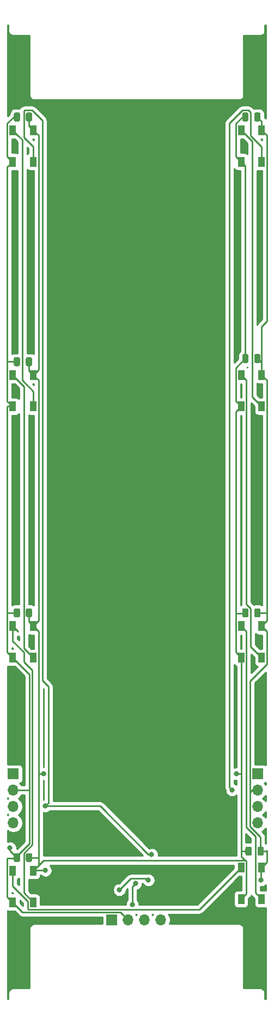
<source format=gbr>
%TF.GenerationSoftware,KiCad,Pcbnew,(5.1.6)-1*%
%TF.CreationDate,2020-10-09T22:46:55+01:00*%
%TF.ProjectId,LED Panel,4c454420-5061-46e6-956c-2e6b69636164,rev?*%
%TF.SameCoordinates,Original*%
%TF.FileFunction,Copper,L1,Top*%
%TF.FilePolarity,Positive*%
%FSLAX46Y46*%
G04 Gerber Fmt 4.6, Leading zero omitted, Abs format (unit mm)*
G04 Created by KiCad (PCBNEW (5.1.6)-1) date 2020-10-09 22:46:55*
%MOMM*%
%LPD*%
G01*
G04 APERTURE LIST*
%TA.AperFunction,SMDPad,CuDef*%
%ADD10R,1.000000X1.500000*%
%TD*%
%TA.AperFunction,ComponentPad*%
%ADD11R,1.700000X1.700000*%
%TD*%
%TA.AperFunction,ComponentPad*%
%ADD12O,1.700000X1.700000*%
%TD*%
%TA.AperFunction,ViaPad*%
%ADD13C,0.800000*%
%TD*%
%TA.AperFunction,Conductor*%
%ADD14C,0.250000*%
%TD*%
%TA.AperFunction,NonConductor*%
%ADD15C,0.254000*%
%TD*%
G04 APERTURE END LIST*
%TO.P,C1,2*%
%TO.N,GND*%
%TA.AperFunction,SMDPad,CuDef*%
G36*
G01*
X112050000Y-37543750D02*
X112050000Y-38456250D01*
G75*
G02*
X111806250Y-38700000I-243750J0D01*
G01*
X111318750Y-38700000D01*
G75*
G02*
X111075000Y-38456250I0J243750D01*
G01*
X111075000Y-37543750D01*
G75*
G02*
X111318750Y-37300000I243750J0D01*
G01*
X111806250Y-37300000D01*
G75*
G02*
X112050000Y-37543750I0J-243750D01*
G01*
G37*
%TD.AperFunction*%
%TO.P,C1,1*%
%TO.N,VDD*%
%TA.AperFunction,SMDPad,CuDef*%
G36*
G01*
X113925000Y-37543750D02*
X113925000Y-38456250D01*
G75*
G02*
X113681250Y-38700000I-243750J0D01*
G01*
X113193750Y-38700000D01*
G75*
G02*
X112950000Y-38456250I0J243750D01*
G01*
X112950000Y-37543750D01*
G75*
G02*
X113193750Y-37300000I243750J0D01*
G01*
X113681250Y-37300000D01*
G75*
G02*
X113925000Y-37543750I0J-243750D01*
G01*
G37*
%TD.AperFunction*%
%TD*%
%TO.P,C2,1*%
%TO.N,VDD*%
%TA.AperFunction,SMDPad,CuDef*%
G36*
G01*
X113925000Y-75543750D02*
X113925000Y-76456250D01*
G75*
G02*
X113681250Y-76700000I-243750J0D01*
G01*
X113193750Y-76700000D01*
G75*
G02*
X112950000Y-76456250I0J243750D01*
G01*
X112950000Y-75543750D01*
G75*
G02*
X113193750Y-75300000I243750J0D01*
G01*
X113681250Y-75300000D01*
G75*
G02*
X113925000Y-75543750I0J-243750D01*
G01*
G37*
%TD.AperFunction*%
%TO.P,C2,2*%
%TO.N,GND*%
%TA.AperFunction,SMDPad,CuDef*%
G36*
G01*
X112050000Y-75543750D02*
X112050000Y-76456250D01*
G75*
G02*
X111806250Y-76700000I-243750J0D01*
G01*
X111318750Y-76700000D01*
G75*
G02*
X111075000Y-76456250I0J243750D01*
G01*
X111075000Y-75543750D01*
G75*
G02*
X111318750Y-75300000I243750J0D01*
G01*
X111806250Y-75300000D01*
G75*
G02*
X112050000Y-75543750I0J-243750D01*
G01*
G37*
%TD.AperFunction*%
%TD*%
%TO.P,C3,2*%
%TO.N,GND*%
%TA.AperFunction,SMDPad,CuDef*%
G36*
G01*
X112050000Y-114543750D02*
X112050000Y-115456250D01*
G75*
G02*
X111806250Y-115700000I-243750J0D01*
G01*
X111318750Y-115700000D01*
G75*
G02*
X111075000Y-115456250I0J243750D01*
G01*
X111075000Y-114543750D01*
G75*
G02*
X111318750Y-114300000I243750J0D01*
G01*
X111806250Y-114300000D01*
G75*
G02*
X112050000Y-114543750I0J-243750D01*
G01*
G37*
%TD.AperFunction*%
%TO.P,C3,1*%
%TO.N,VDD*%
%TA.AperFunction,SMDPad,CuDef*%
G36*
G01*
X113925000Y-114543750D02*
X113925000Y-115456250D01*
G75*
G02*
X113681250Y-115700000I-243750J0D01*
G01*
X113193750Y-115700000D01*
G75*
G02*
X112950000Y-115456250I0J243750D01*
G01*
X112950000Y-114543750D01*
G75*
G02*
X113193750Y-114300000I243750J0D01*
G01*
X113681250Y-114300000D01*
G75*
G02*
X113925000Y-114543750I0J-243750D01*
G01*
G37*
%TD.AperFunction*%
%TD*%
%TO.P,C4,1*%
%TO.N,VDD*%
%TA.AperFunction,SMDPad,CuDef*%
G36*
G01*
X113925000Y-152543750D02*
X113925000Y-153456250D01*
G75*
G02*
X113681250Y-153700000I-243750J0D01*
G01*
X113193750Y-153700000D01*
G75*
G02*
X112950000Y-153456250I0J243750D01*
G01*
X112950000Y-152543750D01*
G75*
G02*
X113193750Y-152300000I243750J0D01*
G01*
X113681250Y-152300000D01*
G75*
G02*
X113925000Y-152543750I0J-243750D01*
G01*
G37*
%TD.AperFunction*%
%TO.P,C4,2*%
%TO.N,GND*%
%TA.AperFunction,SMDPad,CuDef*%
G36*
G01*
X112050000Y-152543750D02*
X112050000Y-153456250D01*
G75*
G02*
X111806250Y-153700000I-243750J0D01*
G01*
X111318750Y-153700000D01*
G75*
G02*
X111075000Y-153456250I0J243750D01*
G01*
X111075000Y-152543750D01*
G75*
G02*
X111318750Y-152300000I243750J0D01*
G01*
X111806250Y-152300000D01*
G75*
G02*
X112050000Y-152543750I0J-243750D01*
G01*
G37*
%TD.AperFunction*%
%TD*%
%TO.P,C5,2*%
%TO.N,GND*%
%TA.AperFunction,SMDPad,CuDef*%
G36*
G01*
X148950000Y-152456250D02*
X148950000Y-151543750D01*
G75*
G02*
X149193750Y-151300000I243750J0D01*
G01*
X149681250Y-151300000D01*
G75*
G02*
X149925000Y-151543750I0J-243750D01*
G01*
X149925000Y-152456250D01*
G75*
G02*
X149681250Y-152700000I-243750J0D01*
G01*
X149193750Y-152700000D01*
G75*
G02*
X148950000Y-152456250I0J243750D01*
G01*
G37*
%TD.AperFunction*%
%TO.P,C5,1*%
%TO.N,VDD*%
%TA.AperFunction,SMDPad,CuDef*%
G36*
G01*
X147075000Y-152456250D02*
X147075000Y-151543750D01*
G75*
G02*
X147318750Y-151300000I243750J0D01*
G01*
X147806250Y-151300000D01*
G75*
G02*
X148050000Y-151543750I0J-243750D01*
G01*
X148050000Y-152456250D01*
G75*
G02*
X147806250Y-152700000I-243750J0D01*
G01*
X147318750Y-152700000D01*
G75*
G02*
X147075000Y-152456250I0J243750D01*
G01*
G37*
%TD.AperFunction*%
%TD*%
%TO.P,C6,1*%
%TO.N,VDD*%
%TA.AperFunction,SMDPad,CuDef*%
G36*
G01*
X146575000Y-115456250D02*
X146575000Y-114543750D01*
G75*
G02*
X146818750Y-114300000I243750J0D01*
G01*
X147306250Y-114300000D01*
G75*
G02*
X147550000Y-114543750I0J-243750D01*
G01*
X147550000Y-115456250D01*
G75*
G02*
X147306250Y-115700000I-243750J0D01*
G01*
X146818750Y-115700000D01*
G75*
G02*
X146575000Y-115456250I0J243750D01*
G01*
G37*
%TD.AperFunction*%
%TO.P,C6,2*%
%TO.N,GND*%
%TA.AperFunction,SMDPad,CuDef*%
G36*
G01*
X148450000Y-115456250D02*
X148450000Y-114543750D01*
G75*
G02*
X148693750Y-114300000I243750J0D01*
G01*
X149181250Y-114300000D01*
G75*
G02*
X149425000Y-114543750I0J-243750D01*
G01*
X149425000Y-115456250D01*
G75*
G02*
X149181250Y-115700000I-243750J0D01*
G01*
X148693750Y-115700000D01*
G75*
G02*
X148450000Y-115456250I0J243750D01*
G01*
G37*
%TD.AperFunction*%
%TD*%
%TO.P,C7,2*%
%TO.N,GND*%
%TA.AperFunction,SMDPad,CuDef*%
G36*
G01*
X148450000Y-75956250D02*
X148450000Y-75043750D01*
G75*
G02*
X148693750Y-74800000I243750J0D01*
G01*
X149181250Y-74800000D01*
G75*
G02*
X149425000Y-75043750I0J-243750D01*
G01*
X149425000Y-75956250D01*
G75*
G02*
X149181250Y-76200000I-243750J0D01*
G01*
X148693750Y-76200000D01*
G75*
G02*
X148450000Y-75956250I0J243750D01*
G01*
G37*
%TD.AperFunction*%
%TO.P,C7,1*%
%TO.N,VDD*%
%TA.AperFunction,SMDPad,CuDef*%
G36*
G01*
X146575000Y-75956250D02*
X146575000Y-75043750D01*
G75*
G02*
X146818750Y-74800000I243750J0D01*
G01*
X147306250Y-74800000D01*
G75*
G02*
X147550000Y-75043750I0J-243750D01*
G01*
X147550000Y-75956250D01*
G75*
G02*
X147306250Y-76200000I-243750J0D01*
G01*
X146818750Y-76200000D01*
G75*
G02*
X146575000Y-75956250I0J243750D01*
G01*
G37*
%TD.AperFunction*%
%TD*%
%TO.P,C8,1*%
%TO.N,VDD*%
%TA.AperFunction,SMDPad,CuDef*%
G36*
G01*
X146575000Y-38456250D02*
X146575000Y-37543750D01*
G75*
G02*
X146818750Y-37300000I243750J0D01*
G01*
X147306250Y-37300000D01*
G75*
G02*
X147550000Y-37543750I0J-243750D01*
G01*
X147550000Y-38456250D01*
G75*
G02*
X147306250Y-38700000I-243750J0D01*
G01*
X146818750Y-38700000D01*
G75*
G02*
X146575000Y-38456250I0J243750D01*
G01*
G37*
%TD.AperFunction*%
%TO.P,C8,2*%
%TO.N,GND*%
%TA.AperFunction,SMDPad,CuDef*%
G36*
G01*
X148450000Y-38456250D02*
X148450000Y-37543750D01*
G75*
G02*
X148693750Y-37300000I243750J0D01*
G01*
X149181250Y-37300000D01*
G75*
G02*
X149425000Y-37543750I0J-243750D01*
G01*
X149425000Y-38456250D01*
G75*
G02*
X149181250Y-38700000I-243750J0D01*
G01*
X148693750Y-38700000D01*
G75*
G02*
X148450000Y-38456250I0J243750D01*
G01*
G37*
%TD.AperFunction*%
%TD*%
D10*
%TO.P,D1,3*%
%TO.N,VDD*%
X114100000Y-40050000D03*
%TO.P,D1,4*%
%TO.N,Net-(D1-Pad4)*%
X110900000Y-40050000D03*
%TO.P,D1,2*%
%TO.N,/Din*%
X114100000Y-44950000D03*
%TO.P,D1,1*%
%TO.N,GND*%
X110900000Y-44950000D03*
%TD*%
%TO.P,D2,1*%
%TO.N,GND*%
X110900000Y-82950000D03*
%TO.P,D2,2*%
%TO.N,Net-(D1-Pad4)*%
X114100000Y-82950000D03*
%TO.P,D2,4*%
%TO.N,Net-(D2-Pad4)*%
X110900000Y-78050000D03*
%TO.P,D2,3*%
%TO.N,VDD*%
X114100000Y-78050000D03*
%TD*%
%TO.P,D3,3*%
%TO.N,VDD*%
X114100000Y-117050000D03*
%TO.P,D3,4*%
%TO.N,Net-(D3-Pad4)*%
X110900000Y-117050000D03*
%TO.P,D3,2*%
%TO.N,Net-(D2-Pad4)*%
X114100000Y-121950000D03*
%TO.P,D3,1*%
%TO.N,GND*%
X110900000Y-121950000D03*
%TD*%
%TO.P,D4,1*%
%TO.N,GND*%
X110900000Y-159950000D03*
%TO.P,D4,2*%
%TO.N,Net-(D3-Pad4)*%
X114100000Y-159950000D03*
%TO.P,D4,4*%
%TO.N,Net-(D4-Pad4)*%
X110900000Y-155050000D03*
%TO.P,D4,3*%
%TO.N,VDD*%
X114100000Y-155050000D03*
%TD*%
%TO.P,D5,3*%
%TO.N,VDD*%
X146400000Y-159450000D03*
%TO.P,D5,4*%
%TO.N,Net-(D5-Pad4)*%
X149600000Y-159450000D03*
%TO.P,D5,2*%
%TO.N,Net-(D4-Pad4)*%
X146400000Y-154550000D03*
%TO.P,D5,1*%
%TO.N,GND*%
X149600000Y-154550000D03*
%TD*%
%TO.P,D6,1*%
%TO.N,GND*%
X149600000Y-117050000D03*
%TO.P,D6,2*%
%TO.N,Net-(D5-Pad4)*%
X146400000Y-117050000D03*
%TO.P,D6,4*%
%TO.N,Net-(D6-Pad4)*%
X149600000Y-121950000D03*
%TO.P,D6,3*%
%TO.N,VDD*%
X146400000Y-121950000D03*
%TD*%
%TO.P,D7,3*%
%TO.N,VDD*%
X146400000Y-82950000D03*
%TO.P,D7,4*%
%TO.N,Net-(D7-Pad4)*%
X149600000Y-82950000D03*
%TO.P,D7,2*%
%TO.N,Net-(D6-Pad4)*%
X146400000Y-78050000D03*
%TO.P,D7,1*%
%TO.N,GND*%
X149600000Y-78050000D03*
%TD*%
%TO.P,D8,1*%
%TO.N,GND*%
X149600000Y-40050000D03*
%TO.P,D8,2*%
%TO.N,Net-(D7-Pad4)*%
X146400000Y-40050000D03*
%TO.P,D8,4*%
%TO.N,/Dout*%
X149600000Y-44950000D03*
%TO.P,D8,3*%
%TO.N,VDD*%
X146400000Y-44950000D03*
%TD*%
D11*
%TO.P,J1,1*%
%TO.N,VDD*%
X111000000Y-140000000D03*
D12*
%TO.P,J1,2*%
%TO.N,GND*%
X111000000Y-142540000D03*
%TO.P,J1,3*%
%TO.N,/Din*%
X111000000Y-145080000D03*
%TO.P,J1,4*%
%TO.N,/Dout*%
X111000000Y-147620000D03*
%TD*%
D11*
%TO.P,J2,1*%
%TO.N,VDD*%
X126300000Y-162660000D03*
D12*
%TO.P,J2,2*%
%TO.N,GND*%
X128840000Y-162660000D03*
%TO.P,J2,3*%
%TO.N,/Din*%
X131380000Y-162660000D03*
%TO.P,J2,4*%
%TO.N,/Dout*%
X133920000Y-162660000D03*
%TD*%
%TO.P,J3,4*%
%TO.N,/Din*%
X149000000Y-147620000D03*
%TO.P,J3,3*%
%TO.N,/Dout*%
X149000000Y-145080000D03*
%TO.P,J3,2*%
%TO.N,GND*%
X149000000Y-142540000D03*
D11*
%TO.P,J3,1*%
%TO.N,VDD*%
X149000000Y-140000000D03*
%TD*%
D13*
%TO.N,GND*%
X110500000Y-151500000D03*
X127500000Y-158000000D03*
X132000000Y-156500000D03*
X149500000Y-156500000D03*
%TO.N,VDD*%
X115740000Y-139980000D03*
X145710000Y-139990000D03*
X116000000Y-155000000D03*
%TO.N,/Din*%
X129500000Y-160300001D03*
X130000000Y-157000000D03*
X116000000Y-145000000D03*
X132500000Y-152500000D03*
%TO.N,/Dout*%
X145000000Y-142500000D03*
%TD*%
D14*
%TO.N,GND*%
X110074999Y-82124999D02*
X110900000Y-82950000D01*
X110900000Y-44950000D02*
X110074999Y-45775001D01*
X110074999Y-121124999D02*
X110900000Y-121950000D01*
X110150000Y-82950000D02*
X110074999Y-83025001D01*
X110900000Y-82950000D02*
X110150000Y-82950000D01*
X110900000Y-159950000D02*
X110074999Y-159124999D01*
X110149998Y-76000000D02*
X110074999Y-76074999D01*
X111562500Y-76000000D02*
X110149998Y-76000000D01*
X110074999Y-45775001D02*
X110074999Y-76074999D01*
X110074999Y-76074999D02*
X110074999Y-82124999D01*
X110074999Y-44124999D02*
X110900000Y-44950000D01*
X111075000Y-38000000D02*
X110074999Y-39000001D01*
X110074999Y-39000001D02*
X110074999Y-44124999D01*
X111562500Y-38000000D02*
X111075000Y-38000000D01*
X110149998Y-115000000D02*
X110074999Y-114925001D01*
X111562500Y-115000000D02*
X110149998Y-115000000D01*
X110074999Y-83025001D02*
X110074999Y-114925001D01*
X110074999Y-114925001D02*
X110074999Y-121124999D01*
X150425001Y-69714238D02*
X150425001Y-40875001D01*
X150425001Y-40875001D02*
X149600000Y-40050000D01*
X149600000Y-70539239D02*
X150425001Y-69714238D01*
X149600000Y-78050000D02*
X149600000Y-70539239D01*
X150425001Y-116224999D02*
X149600000Y-117050000D01*
X149600000Y-78050000D02*
X150425001Y-78875001D01*
X149600000Y-154550000D02*
X150425001Y-153724999D01*
X111487501Y-153074999D02*
X111562500Y-153000000D01*
X110074999Y-153074999D02*
X111487501Y-153074999D01*
X110074999Y-159124999D02*
X110074999Y-153074999D01*
X149600000Y-38662500D02*
X148937500Y-38000000D01*
X149600000Y-40050000D02*
X149600000Y-38662500D01*
X149600000Y-76162500D02*
X148937500Y-75500000D01*
X149600000Y-78050000D02*
X149600000Y-76162500D01*
X150425001Y-78875001D02*
X150425001Y-115074999D01*
X150350002Y-115000000D02*
X150425001Y-115074999D01*
X148937500Y-115000000D02*
X150350002Y-115000000D01*
X150425001Y-115074999D02*
X150425001Y-116224999D01*
X149437500Y-152000000D02*
X150350002Y-152000000D01*
X150425001Y-153724999D02*
X150425001Y-151925001D01*
X150350002Y-152000000D02*
X150425001Y-151925001D01*
X150425001Y-117875001D02*
X149600000Y-117050000D01*
X150425001Y-122960001D02*
X150425001Y-117875001D01*
X147824999Y-125560003D02*
X150425001Y-122960001D01*
X149437500Y-149796502D02*
X147824999Y-148184001D01*
X149437500Y-152000000D02*
X149437500Y-149796502D01*
X148109998Y-142540000D02*
X147824999Y-142824999D01*
X147824999Y-148184001D02*
X147824999Y-142824999D01*
X149000000Y-142540000D02*
X148109998Y-142540000D01*
X147824999Y-142824999D02*
X147824999Y-125560003D01*
X111562500Y-153000000D02*
X111562500Y-152437500D01*
X111562500Y-153000000D02*
X111562500Y-152734240D01*
X111562500Y-152734240D02*
X113483140Y-150813600D01*
X113483140Y-124533140D02*
X110900000Y-121950000D01*
X113446280Y-142540000D02*
X113483140Y-142576860D01*
X111000000Y-142540000D02*
X113446280Y-142540000D01*
X113483140Y-150813600D02*
X113483140Y-142576860D01*
X113483140Y-142576860D02*
X113483140Y-124533140D01*
X112434999Y-161484999D02*
X110900000Y-159950000D01*
X127664999Y-161484999D02*
X112434999Y-161484999D01*
X128840000Y-162660000D02*
X127664999Y-161484999D01*
X110500000Y-151937500D02*
X111562500Y-153000000D01*
X110500000Y-151500000D02*
X110500000Y-151937500D01*
X131774999Y-156274999D02*
X132000000Y-156500000D01*
X127500000Y-158000000D02*
X129225001Y-156274999D01*
X129225001Y-156274999D02*
X131774999Y-156274999D01*
X149500000Y-154650000D02*
X149600000Y-154550000D01*
X149500000Y-156500000D02*
X149500000Y-154650000D01*
%TO.N,VDD*%
X114925001Y-40875001D02*
X114100000Y-40050000D01*
X114925001Y-77224999D02*
X114925001Y-40875001D01*
X114100000Y-78050000D02*
X114925001Y-77224999D01*
X114925001Y-117875001D02*
X114100000Y-117050000D01*
X114100000Y-155050000D02*
X114925001Y-154224999D01*
X114925001Y-116224999D02*
X114100000Y-117050000D01*
X114925001Y-78875001D02*
X114925001Y-116224999D01*
X114100000Y-78050000D02*
X114925001Y-78875001D01*
X113437500Y-77387500D02*
X114100000Y-78050000D01*
X113437500Y-76000000D02*
X113437500Y-77387500D01*
X113437500Y-39387500D02*
X114100000Y-40050000D01*
X113437500Y-38000000D02*
X113437500Y-39387500D01*
X113437500Y-116387500D02*
X114100000Y-117050000D01*
X113437500Y-115000000D02*
X113437500Y-116387500D01*
X115675001Y-153474999D02*
X114100000Y-155050000D01*
X147225001Y-153539999D02*
X147160001Y-153474999D01*
X147225001Y-158624999D02*
X147225001Y-153539999D01*
X146400000Y-159450000D02*
X147225001Y-158624999D01*
X146400000Y-152849998D02*
X147025001Y-153474999D01*
X147160001Y-153474999D02*
X147025001Y-153474999D01*
X147025001Y-153474999D02*
X115675001Y-153474999D01*
X145574999Y-83775001D02*
X146400000Y-82950000D01*
X146400000Y-121950000D02*
X145574999Y-121124999D01*
X114850002Y-153000000D02*
X114925001Y-152925001D01*
X113437500Y-153000000D02*
X114850002Y-153000000D01*
X114925001Y-154224999D02*
X114925001Y-152925001D01*
X145574999Y-39000001D02*
X145574999Y-44124999D01*
X145574999Y-44124999D02*
X146400000Y-44950000D01*
X146575000Y-38000000D02*
X145574999Y-39000001D01*
X147062500Y-38000000D02*
X146575000Y-38000000D01*
X146400000Y-82950000D02*
X145574999Y-82124999D01*
X145574999Y-76987501D02*
X147062500Y-75500000D01*
X145574999Y-82124999D02*
X145574999Y-76987501D01*
X145574999Y-115074999D02*
X146987501Y-115074999D01*
X146987501Y-115074999D02*
X147062500Y-115000000D01*
X145574999Y-115074999D02*
X145574999Y-83775001D01*
X145574999Y-121124999D02*
X145574999Y-115074999D01*
X146500000Y-152000000D02*
X146400000Y-152100000D01*
X147562500Y-152000000D02*
X146500000Y-152000000D01*
X146400000Y-152100000D02*
X146400000Y-152849998D01*
X147062500Y-45612500D02*
X146400000Y-44950000D01*
X147062500Y-75500000D02*
X147062500Y-45612500D01*
X114990000Y-139980000D02*
X114925001Y-139915001D01*
X114925001Y-152925001D02*
X114925001Y-139915001D01*
X115740000Y-139980000D02*
X114990000Y-139980000D01*
X114925001Y-139915001D02*
X114925001Y-117875001D01*
X146350000Y-139990000D02*
X146400000Y-140040000D01*
X145710000Y-139990000D02*
X146350000Y-139990000D01*
X146400000Y-121950000D02*
X146400000Y-140040000D01*
X146400000Y-140040000D02*
X146400000Y-152100000D01*
X114150000Y-155000000D02*
X114100000Y-155050000D01*
X116000000Y-155000000D02*
X114150000Y-155000000D01*
%TO.N,Net-(D1-Pad4)*%
X112375010Y-41525010D02*
X111675000Y-40825000D01*
X112375010Y-78875010D02*
X112375010Y-41525010D01*
X114100000Y-80600000D02*
X112375010Y-78875010D01*
X114100000Y-82950000D02*
X114100000Y-80600000D01*
X111725001Y-40875001D02*
X111675000Y-40825000D01*
X111675000Y-40825000D02*
X110900000Y-40050000D01*
%TO.N,/Din*%
X129500000Y-160300001D02*
X129500000Y-157500000D01*
X129500000Y-157500000D02*
X130000000Y-157000000D01*
X116465001Y-144534999D02*
X116465001Y-126465001D01*
X116000000Y-145000000D02*
X116465001Y-144534999D01*
X116465001Y-126465001D02*
X115500000Y-125500000D01*
X114100000Y-42613590D02*
X114100000Y-44950000D01*
X112624990Y-41138580D02*
X114100000Y-42613590D01*
X112708180Y-36974990D02*
X112624990Y-37058180D01*
X112624990Y-37058180D02*
X112624990Y-41138580D01*
X113916840Y-36974990D02*
X112708180Y-36974990D01*
X115500000Y-38558150D02*
X113916840Y-36974990D01*
X115500000Y-125500000D02*
X115500000Y-38558150D01*
X116000000Y-145000000D02*
X124500000Y-145000000D01*
X124500000Y-145000000D02*
X132000000Y-152500000D01*
X132000000Y-152500000D02*
X132500000Y-152500000D01*
%TO.N,Net-(D2-Pad4)*%
X112624990Y-79875010D02*
X112675000Y-79825000D01*
X112624990Y-120474990D02*
X112624990Y-79875010D01*
X114100000Y-121950000D02*
X112624990Y-120474990D01*
X112675000Y-79825000D02*
X110900000Y-78050000D01*
%TO.N,Net-(D3-Pad4)*%
X110900000Y-117050000D02*
X111725001Y-117875001D01*
X112624990Y-158474990D02*
X114100000Y-159950000D01*
X112624990Y-152308160D02*
X112624990Y-158474990D01*
X113933150Y-151000000D02*
X112624990Y-152308160D01*
X110900000Y-119386410D02*
X112624990Y-121111400D01*
X110900000Y-117050000D02*
X110900000Y-119386410D01*
X112624990Y-121111400D02*
X112624990Y-122624990D01*
X112624990Y-122624990D02*
X113933150Y-123933150D01*
X113933150Y-123933150D02*
X113933150Y-151000000D01*
%TO.N,Net-(D4-Pad4)*%
X139924999Y-161025001D02*
X146400000Y-154550000D01*
X113274999Y-160960001D02*
X113339999Y-161025001D01*
X113274999Y-159774999D02*
X113274999Y-160960001D01*
X113339999Y-161025001D02*
X139924999Y-161025001D01*
X110900000Y-157400000D02*
X113274999Y-159774999D01*
X110900000Y-155050000D02*
X110900000Y-157400000D01*
%TO.N,Net-(D5-Pad4)*%
X147225001Y-148283151D02*
X148624990Y-149683140D01*
X148624990Y-149683140D02*
X148624990Y-158474990D01*
X147225001Y-117875001D02*
X147225001Y-148283151D01*
X148624990Y-158474990D02*
X149600000Y-159450000D01*
X146400000Y-117050000D02*
X147225001Y-117875001D01*
%TO.N,Net-(D6-Pad4)*%
X147875010Y-114308160D02*
X147875010Y-120225010D01*
X147225001Y-113658151D02*
X147875010Y-114308160D01*
X147225001Y-78875001D02*
X147225001Y-113658151D01*
X147875010Y-120225010D02*
X149600000Y-121950000D01*
X146400000Y-78050000D02*
X147225001Y-78875001D01*
%TO.N,Net-(D7-Pad4)*%
X148124990Y-81474990D02*
X149600000Y-82950000D01*
X148124990Y-41774990D02*
X148124990Y-81474990D01*
X146400000Y-40050000D02*
X148124990Y-41774990D01*
%TO.N,/Dout*%
X149600000Y-42613590D02*
X149600000Y-44950000D01*
X147875010Y-40888600D02*
X149600000Y-42613590D01*
X147875010Y-37308160D02*
X147875010Y-40888600D01*
X147541840Y-36974990D02*
X147875010Y-37308160D01*
X146583160Y-36974990D02*
X147541840Y-36974990D01*
X144600001Y-38958149D02*
X146583160Y-36974990D01*
X144600001Y-142100001D02*
X144600001Y-38958149D01*
X145000000Y-142500000D02*
X144600001Y-142100001D01*
%TD*%
D15*
G36*
X110155820Y-161289502D02*
G01*
X110275518Y-161325812D01*
X110400000Y-161338072D01*
X111213270Y-161338072D01*
X111871204Y-161996007D01*
X111894998Y-162025000D01*
X111923991Y-162048794D01*
X111923995Y-162048798D01*
X111994684Y-162106810D01*
X112010723Y-162119973D01*
X112142752Y-162190545D01*
X112286013Y-162234002D01*
X112397666Y-162244999D01*
X112397675Y-162244999D01*
X112434998Y-162248675D01*
X112472321Y-162244999D01*
X124811928Y-162244999D01*
X124811928Y-163277999D01*
X114327425Y-163277999D01*
X114290000Y-163274313D01*
X114252574Y-163277999D01*
X114140622Y-163289025D01*
X113996985Y-163332597D01*
X113864608Y-163403354D01*
X113748578Y-163498577D01*
X113653355Y-163614607D01*
X113582598Y-163746984D01*
X113539026Y-163890621D01*
X113524314Y-164039999D01*
X113528000Y-164077425D01*
X113528001Y-173278000D01*
X111027425Y-173278000D01*
X110990000Y-173274314D01*
X110952574Y-173278000D01*
X110840622Y-173289026D01*
X110696985Y-173332598D01*
X110564608Y-173403355D01*
X110448578Y-173498578D01*
X110353355Y-173614608D01*
X110282598Y-173746985D01*
X110239026Y-173890622D01*
X110224314Y-174040000D01*
X110228000Y-174077426D01*
X110228001Y-174928000D01*
X110102000Y-174928000D01*
X110102000Y-161260734D01*
X110155820Y-161289502D01*
G37*
X110155820Y-161289502D02*
X110275518Y-161325812D01*
X110400000Y-161338072D01*
X111213270Y-161338072D01*
X111871204Y-161996007D01*
X111894998Y-162025000D01*
X111923991Y-162048794D01*
X111923995Y-162048798D01*
X111994684Y-162106810D01*
X112010723Y-162119973D01*
X112142752Y-162190545D01*
X112286013Y-162234002D01*
X112397666Y-162244999D01*
X112397675Y-162244999D01*
X112434998Y-162248675D01*
X112472321Y-162244999D01*
X124811928Y-162244999D01*
X124811928Y-163277999D01*
X114327425Y-163277999D01*
X114290000Y-163274313D01*
X114252574Y-163277999D01*
X114140622Y-163289025D01*
X113996985Y-163332597D01*
X113864608Y-163403354D01*
X113748578Y-163498577D01*
X113653355Y-163614607D01*
X113582598Y-163746984D01*
X113539026Y-163890621D01*
X113524314Y-164039999D01*
X113528000Y-164077425D01*
X113528001Y-173278000D01*
X111027425Y-173278000D01*
X110990000Y-173274314D01*
X110952574Y-173278000D01*
X110840622Y-173289026D01*
X110696985Y-173332598D01*
X110564608Y-173403355D01*
X110448578Y-173498578D01*
X110353355Y-173614608D01*
X110282598Y-173746985D01*
X110239026Y-173890622D01*
X110224314Y-174040000D01*
X110228000Y-174077426D01*
X110228001Y-174928000D01*
X110102000Y-174928000D01*
X110102000Y-161260734D01*
X110155820Y-161289502D01*
G36*
X146465001Y-158061928D02*
G01*
X145900000Y-158061928D01*
X145775518Y-158074188D01*
X145655820Y-158110498D01*
X145545506Y-158169463D01*
X145448815Y-158248815D01*
X145369463Y-158345506D01*
X145310498Y-158455820D01*
X145274188Y-158575518D01*
X145261928Y-158700000D01*
X145261928Y-160200000D01*
X145274188Y-160324482D01*
X145310498Y-160444180D01*
X145369463Y-160554494D01*
X145448815Y-160651185D01*
X145545506Y-160730537D01*
X145655820Y-160789502D01*
X145775518Y-160825812D01*
X145900000Y-160838072D01*
X146900000Y-160838072D01*
X147024482Y-160825812D01*
X147144180Y-160789502D01*
X147254494Y-160730537D01*
X147351185Y-160651185D01*
X147430537Y-160554494D01*
X147489502Y-160444180D01*
X147525812Y-160324482D01*
X147538072Y-160200000D01*
X147538072Y-159386730D01*
X147736005Y-159188797D01*
X147765002Y-159165000D01*
X147859975Y-159049275D01*
X147930547Y-158917246D01*
X147955557Y-158834798D01*
X147990016Y-158899266D01*
X148053002Y-158976014D01*
X148084990Y-159014991D01*
X148113988Y-159038789D01*
X148461928Y-159386729D01*
X148461928Y-160200000D01*
X148474188Y-160324482D01*
X148510498Y-160444180D01*
X148569463Y-160554494D01*
X148648815Y-160651185D01*
X148745506Y-160730537D01*
X148855820Y-160789502D01*
X148975518Y-160825812D01*
X149100000Y-160838072D01*
X150100000Y-160838072D01*
X150224482Y-160825812D01*
X150228000Y-160824745D01*
X150228000Y-174928000D01*
X150102000Y-174928000D01*
X150102000Y-174077426D01*
X150105686Y-174040000D01*
X150090974Y-173890622D01*
X150047402Y-173746985D01*
X149976645Y-173614608D01*
X149881422Y-173498578D01*
X149765392Y-173403355D01*
X149633015Y-173332598D01*
X149489378Y-173289026D01*
X149377426Y-173278000D01*
X149377425Y-173278000D01*
X149340000Y-173274314D01*
X149302574Y-173278000D01*
X146802000Y-173278000D01*
X146802000Y-164077425D01*
X146805686Y-164039999D01*
X146790974Y-163890621D01*
X146747402Y-163746984D01*
X146676645Y-163614607D01*
X146581422Y-163498577D01*
X146465392Y-163403354D01*
X146333015Y-163332597D01*
X146189378Y-163289025D01*
X146077426Y-163277999D01*
X146077425Y-163277999D01*
X146040000Y-163274313D01*
X146002574Y-163277999D01*
X135271369Y-163277999D01*
X135347932Y-163093158D01*
X135405000Y-162806260D01*
X135405000Y-162513740D01*
X135347932Y-162226842D01*
X135235990Y-161956589D01*
X135121339Y-161785001D01*
X139887677Y-161785001D01*
X139924999Y-161788677D01*
X139962321Y-161785001D01*
X139962332Y-161785001D01*
X140073985Y-161774004D01*
X140217246Y-161730547D01*
X140349275Y-161659975D01*
X140465000Y-161565002D01*
X140488803Y-161535998D01*
X146086730Y-155938072D01*
X146465002Y-155938072D01*
X146465001Y-158061928D01*
G37*
X146465001Y-158061928D02*
X145900000Y-158061928D01*
X145775518Y-158074188D01*
X145655820Y-158110498D01*
X145545506Y-158169463D01*
X145448815Y-158248815D01*
X145369463Y-158345506D01*
X145310498Y-158455820D01*
X145274188Y-158575518D01*
X145261928Y-158700000D01*
X145261928Y-160200000D01*
X145274188Y-160324482D01*
X145310498Y-160444180D01*
X145369463Y-160554494D01*
X145448815Y-160651185D01*
X145545506Y-160730537D01*
X145655820Y-160789502D01*
X145775518Y-160825812D01*
X145900000Y-160838072D01*
X146900000Y-160838072D01*
X147024482Y-160825812D01*
X147144180Y-160789502D01*
X147254494Y-160730537D01*
X147351185Y-160651185D01*
X147430537Y-160554494D01*
X147489502Y-160444180D01*
X147525812Y-160324482D01*
X147538072Y-160200000D01*
X147538072Y-159386730D01*
X147736005Y-159188797D01*
X147765002Y-159165000D01*
X147859975Y-159049275D01*
X147930547Y-158917246D01*
X147955557Y-158834798D01*
X147990016Y-158899266D01*
X148053002Y-158976014D01*
X148084990Y-159014991D01*
X148113988Y-159038789D01*
X148461928Y-159386729D01*
X148461928Y-160200000D01*
X148474188Y-160324482D01*
X148510498Y-160444180D01*
X148569463Y-160554494D01*
X148648815Y-160651185D01*
X148745506Y-160730537D01*
X148855820Y-160789502D01*
X148975518Y-160825812D01*
X149100000Y-160838072D01*
X150100000Y-160838072D01*
X150224482Y-160825812D01*
X150228000Y-160824745D01*
X150228000Y-174928000D01*
X150102000Y-174928000D01*
X150102000Y-174077426D01*
X150105686Y-174040000D01*
X150090974Y-173890622D01*
X150047402Y-173746985D01*
X149976645Y-173614608D01*
X149881422Y-173498578D01*
X149765392Y-173403355D01*
X149633015Y-173332598D01*
X149489378Y-173289026D01*
X149377426Y-173278000D01*
X149377425Y-173278000D01*
X149340000Y-173274314D01*
X149302574Y-173278000D01*
X146802000Y-173278000D01*
X146802000Y-164077425D01*
X146805686Y-164039999D01*
X146790974Y-163890621D01*
X146747402Y-163746984D01*
X146676645Y-163614607D01*
X146581422Y-163498577D01*
X146465392Y-163403354D01*
X146333015Y-163332597D01*
X146189378Y-163289025D01*
X146077426Y-163277999D01*
X146077425Y-163277999D01*
X146040000Y-163274313D01*
X146002574Y-163277999D01*
X135271369Y-163277999D01*
X135347932Y-163093158D01*
X135405000Y-162806260D01*
X135405000Y-162513740D01*
X135347932Y-162226842D01*
X135235990Y-161956589D01*
X135121339Y-161785001D01*
X139887677Y-161785001D01*
X139924999Y-161788677D01*
X139962321Y-161785001D01*
X139962332Y-161785001D01*
X140073985Y-161774004D01*
X140217246Y-161730547D01*
X140349275Y-161659975D01*
X140465000Y-161565002D01*
X140488803Y-161535998D01*
X146086730Y-155938072D01*
X146465002Y-155938072D01*
X146465001Y-158061928D01*
G36*
X132650000Y-161887760D02*
G01*
X132581339Y-161785001D01*
X132718661Y-161785001D01*
X132650000Y-161887760D01*
G37*
X132650000Y-161887760D02*
X132581339Y-161785001D01*
X132718661Y-161785001D01*
X132650000Y-161887760D01*
G36*
X130110000Y-161887760D02*
G01*
X130041339Y-161785001D01*
X130178661Y-161785001D01*
X130110000Y-161887760D01*
G37*
X130110000Y-161887760D02*
X130041339Y-161785001D01*
X130178661Y-161785001D01*
X130110000Y-161887760D01*
G36*
X112514999Y-160089801D02*
G01*
X112515000Y-160490197D01*
X112038072Y-160013270D01*
X112038072Y-159612874D01*
X112514999Y-160089801D01*
G37*
X112514999Y-160089801D02*
X112515000Y-160490197D01*
X112038072Y-160013270D01*
X112038072Y-159612874D01*
X112514999Y-160089801D01*
G36*
X145261928Y-154613270D02*
G01*
X139610198Y-160265001D01*
X130535000Y-160265001D01*
X130535000Y-160198062D01*
X130495226Y-159998103D01*
X130417205Y-159809745D01*
X130303937Y-159640227D01*
X130260000Y-159596290D01*
X130260000Y-158003560D01*
X130301898Y-157995226D01*
X130490256Y-157917205D01*
X130659774Y-157803937D01*
X130803937Y-157659774D01*
X130917205Y-157490256D01*
X130995226Y-157301898D01*
X131035000Y-157101939D01*
X131035000Y-157034999D01*
X131112691Y-157034999D01*
X131196063Y-157159774D01*
X131340226Y-157303937D01*
X131509744Y-157417205D01*
X131698102Y-157495226D01*
X131898061Y-157535000D01*
X132101939Y-157535000D01*
X132301898Y-157495226D01*
X132490256Y-157417205D01*
X132659774Y-157303937D01*
X132803937Y-157159774D01*
X132917205Y-156990256D01*
X132995226Y-156801898D01*
X133035000Y-156601939D01*
X133035000Y-156398061D01*
X132995226Y-156198102D01*
X132917205Y-156009744D01*
X132803937Y-155840226D01*
X132659774Y-155696063D01*
X132490256Y-155582795D01*
X132301898Y-155504774D01*
X132101939Y-155465000D01*
X131898061Y-155465000D01*
X131698102Y-155504774D01*
X131673417Y-155514999D01*
X129262324Y-155514999D01*
X129225001Y-155511323D01*
X129187678Y-155514999D01*
X129187668Y-155514999D01*
X129076015Y-155525996D01*
X128932754Y-155569453D01*
X128800725Y-155640025D01*
X128685000Y-155734998D01*
X128661202Y-155763996D01*
X127460199Y-156965000D01*
X127398061Y-156965000D01*
X127198102Y-157004774D01*
X127009744Y-157082795D01*
X126840226Y-157196063D01*
X126696063Y-157340226D01*
X126582795Y-157509744D01*
X126504774Y-157698102D01*
X126465000Y-157898061D01*
X126465000Y-158101939D01*
X126504774Y-158301898D01*
X126582795Y-158490256D01*
X126696063Y-158659774D01*
X126840226Y-158803937D01*
X127009744Y-158917205D01*
X127198102Y-158995226D01*
X127398061Y-159035000D01*
X127601939Y-159035000D01*
X127801898Y-158995226D01*
X127990256Y-158917205D01*
X128159774Y-158803937D01*
X128303937Y-158659774D01*
X128417205Y-158490256D01*
X128495226Y-158301898D01*
X128535000Y-158101939D01*
X128535000Y-158039801D01*
X128740001Y-157834801D01*
X128740000Y-159596290D01*
X128696063Y-159640227D01*
X128582795Y-159809745D01*
X128504774Y-159998103D01*
X128465000Y-160198062D01*
X128465000Y-160265001D01*
X115238072Y-160265001D01*
X115238072Y-159200000D01*
X115225812Y-159075518D01*
X115189502Y-158955820D01*
X115130537Y-158845506D01*
X115051185Y-158748815D01*
X114954494Y-158669463D01*
X114844180Y-158610498D01*
X114724482Y-158574188D01*
X114600000Y-158561928D01*
X113786729Y-158561928D01*
X113384990Y-158160189D01*
X113384990Y-156398351D01*
X113475518Y-156425812D01*
X113600000Y-156438072D01*
X114600000Y-156438072D01*
X114724482Y-156425812D01*
X114844180Y-156389502D01*
X114954494Y-156330537D01*
X115051185Y-156251185D01*
X115130537Y-156154494D01*
X115189502Y-156044180D01*
X115225812Y-155924482D01*
X115238072Y-155800000D01*
X115238072Y-155760000D01*
X115296289Y-155760000D01*
X115340226Y-155803937D01*
X115509744Y-155917205D01*
X115698102Y-155995226D01*
X115898061Y-156035000D01*
X116101939Y-156035000D01*
X116301898Y-155995226D01*
X116490256Y-155917205D01*
X116659774Y-155803937D01*
X116803937Y-155659774D01*
X116917205Y-155490256D01*
X116995226Y-155301898D01*
X117035000Y-155101939D01*
X117035000Y-154898061D01*
X116995226Y-154698102D01*
X116917205Y-154509744D01*
X116803937Y-154340226D01*
X116698710Y-154234999D01*
X145261928Y-154234999D01*
X145261928Y-154613270D01*
G37*
X145261928Y-154613270D02*
X139610198Y-160265001D01*
X130535000Y-160265001D01*
X130535000Y-160198062D01*
X130495226Y-159998103D01*
X130417205Y-159809745D01*
X130303937Y-159640227D01*
X130260000Y-159596290D01*
X130260000Y-158003560D01*
X130301898Y-157995226D01*
X130490256Y-157917205D01*
X130659774Y-157803937D01*
X130803937Y-157659774D01*
X130917205Y-157490256D01*
X130995226Y-157301898D01*
X131035000Y-157101939D01*
X131035000Y-157034999D01*
X131112691Y-157034999D01*
X131196063Y-157159774D01*
X131340226Y-157303937D01*
X131509744Y-157417205D01*
X131698102Y-157495226D01*
X131898061Y-157535000D01*
X132101939Y-157535000D01*
X132301898Y-157495226D01*
X132490256Y-157417205D01*
X132659774Y-157303937D01*
X132803937Y-157159774D01*
X132917205Y-156990256D01*
X132995226Y-156801898D01*
X133035000Y-156601939D01*
X133035000Y-156398061D01*
X132995226Y-156198102D01*
X132917205Y-156009744D01*
X132803937Y-155840226D01*
X132659774Y-155696063D01*
X132490256Y-155582795D01*
X132301898Y-155504774D01*
X132101939Y-155465000D01*
X131898061Y-155465000D01*
X131698102Y-155504774D01*
X131673417Y-155514999D01*
X129262324Y-155514999D01*
X129225001Y-155511323D01*
X129187678Y-155514999D01*
X129187668Y-155514999D01*
X129076015Y-155525996D01*
X128932754Y-155569453D01*
X128800725Y-155640025D01*
X128685000Y-155734998D01*
X128661202Y-155763996D01*
X127460199Y-156965000D01*
X127398061Y-156965000D01*
X127198102Y-157004774D01*
X127009744Y-157082795D01*
X126840226Y-157196063D01*
X126696063Y-157340226D01*
X126582795Y-157509744D01*
X126504774Y-157698102D01*
X126465000Y-157898061D01*
X126465000Y-158101939D01*
X126504774Y-158301898D01*
X126582795Y-158490256D01*
X126696063Y-158659774D01*
X126840226Y-158803937D01*
X127009744Y-158917205D01*
X127198102Y-158995226D01*
X127398061Y-159035000D01*
X127601939Y-159035000D01*
X127801898Y-158995226D01*
X127990256Y-158917205D01*
X128159774Y-158803937D01*
X128303937Y-158659774D01*
X128417205Y-158490256D01*
X128495226Y-158301898D01*
X128535000Y-158101939D01*
X128535000Y-158039801D01*
X128740001Y-157834801D01*
X128740000Y-159596290D01*
X128696063Y-159640227D01*
X128582795Y-159809745D01*
X128504774Y-159998103D01*
X128465000Y-160198062D01*
X128465000Y-160265001D01*
X115238072Y-160265001D01*
X115238072Y-159200000D01*
X115225812Y-159075518D01*
X115189502Y-158955820D01*
X115130537Y-158845506D01*
X115051185Y-158748815D01*
X114954494Y-158669463D01*
X114844180Y-158610498D01*
X114724482Y-158574188D01*
X114600000Y-158561928D01*
X113786729Y-158561928D01*
X113384990Y-158160189D01*
X113384990Y-156398351D01*
X113475518Y-156425812D01*
X113600000Y-156438072D01*
X114600000Y-156438072D01*
X114724482Y-156425812D01*
X114844180Y-156389502D01*
X114954494Y-156330537D01*
X115051185Y-156251185D01*
X115130537Y-156154494D01*
X115189502Y-156044180D01*
X115225812Y-155924482D01*
X115238072Y-155800000D01*
X115238072Y-155760000D01*
X115296289Y-155760000D01*
X115340226Y-155803937D01*
X115509744Y-155917205D01*
X115698102Y-155995226D01*
X115898061Y-156035000D01*
X116101939Y-156035000D01*
X116301898Y-155995226D01*
X116490256Y-155917205D01*
X116659774Y-155803937D01*
X116803937Y-155659774D01*
X116917205Y-155490256D01*
X116995226Y-155301898D01*
X117035000Y-155101939D01*
X117035000Y-154898061D01*
X116995226Y-154698102D01*
X116917205Y-154509744D01*
X116803937Y-154340226D01*
X116698710Y-154234999D01*
X145261928Y-154234999D01*
X145261928Y-154613270D01*
G36*
X110987127Y-158561928D02*
G01*
X110834999Y-158561928D01*
X110834999Y-158409800D01*
X110987127Y-158561928D01*
G37*
X110987127Y-158561928D02*
X110834999Y-158561928D01*
X110834999Y-158409800D01*
X110987127Y-158561928D01*
G36*
X150228000Y-158075255D02*
G01*
X150224482Y-158074188D01*
X150100000Y-158061928D01*
X149384990Y-158061928D01*
X149384990Y-157532400D01*
X149398061Y-157535000D01*
X149601939Y-157535000D01*
X149801898Y-157495226D01*
X149990256Y-157417205D01*
X150159774Y-157303937D01*
X150228000Y-157235711D01*
X150228000Y-158075255D01*
G37*
X150228000Y-158075255D02*
X150224482Y-158074188D01*
X150100000Y-158061928D01*
X149384990Y-158061928D01*
X149384990Y-157532400D01*
X149398061Y-157535000D01*
X149601939Y-157535000D01*
X149801898Y-157495226D01*
X149990256Y-157417205D01*
X150159774Y-157303937D01*
X150228000Y-157235711D01*
X150228000Y-158075255D01*
G36*
X111864991Y-157290190D02*
G01*
X111660000Y-157085199D01*
X111660000Y-156381046D01*
X111754494Y-156330537D01*
X111851185Y-156251185D01*
X111864991Y-156234363D01*
X111864991Y-157290190D01*
G37*
X111864991Y-157290190D02*
X111660000Y-157085199D01*
X111660000Y-156381046D01*
X111754494Y-156330537D01*
X111851185Y-156251185D01*
X111864991Y-156234363D01*
X111864991Y-157290190D01*
G36*
X131140197Y-152714999D02*
G01*
X115712326Y-152714999D01*
X115685001Y-152712308D01*
X115685001Y-145989799D01*
X115698102Y-145995226D01*
X115898061Y-146035000D01*
X116101939Y-146035000D01*
X116301898Y-145995226D01*
X116490256Y-145917205D01*
X116659774Y-145803937D01*
X116703711Y-145760000D01*
X124185199Y-145760000D01*
X131140197Y-152714999D01*
G37*
X131140197Y-152714999D02*
X115712326Y-152714999D01*
X115685001Y-152712308D01*
X115685001Y-145989799D01*
X115698102Y-145995226D01*
X115898061Y-146035000D01*
X116101939Y-146035000D01*
X116301898Y-145995226D01*
X116490256Y-145917205D01*
X116659774Y-145803937D01*
X116703711Y-145760000D01*
X124185199Y-145760000D01*
X131140197Y-152714999D01*
G36*
X110228000Y-24552574D02*
G01*
X110224314Y-24590000D01*
X110239026Y-24739378D01*
X110282598Y-24883015D01*
X110353355Y-25015392D01*
X110448578Y-25131422D01*
X110564608Y-25226645D01*
X110696985Y-25297402D01*
X110840622Y-25340974D01*
X110990000Y-25355686D01*
X111027425Y-25352000D01*
X113528001Y-25352000D01*
X113528000Y-34552575D01*
X113524314Y-34590001D01*
X113539026Y-34739379D01*
X113582598Y-34883016D01*
X113653355Y-35015393D01*
X113748578Y-35131423D01*
X113864608Y-35226646D01*
X113996985Y-35297403D01*
X114140622Y-35340975D01*
X114290000Y-35355687D01*
X114327425Y-35352001D01*
X146002574Y-35352001D01*
X146040000Y-35355687D01*
X146077425Y-35352001D01*
X146077426Y-35352001D01*
X146189378Y-35340975D01*
X146333015Y-35297403D01*
X146465392Y-35226646D01*
X146581422Y-35131423D01*
X146676645Y-35015393D01*
X146747402Y-34883016D01*
X146790974Y-34739379D01*
X146805686Y-34590001D01*
X146802000Y-34552575D01*
X146802000Y-25352000D01*
X149302574Y-25352000D01*
X149340000Y-25355686D01*
X149377425Y-25352000D01*
X149377426Y-25352000D01*
X149489378Y-25340974D01*
X149633015Y-25297402D01*
X149765392Y-25226645D01*
X149881422Y-25131422D01*
X149976645Y-25015392D01*
X150047402Y-24883015D01*
X150090974Y-24739378D01*
X150105686Y-24590000D01*
X150102000Y-24552574D01*
X150102000Y-23702000D01*
X150228001Y-23702000D01*
X150228001Y-38229727D01*
X150199068Y-38194472D01*
X150163799Y-38151496D01*
X150163795Y-38151492D01*
X150140001Y-38122499D01*
X150111008Y-38098705D01*
X150063072Y-38050769D01*
X150063072Y-37543750D01*
X150046128Y-37371715D01*
X149995947Y-37206291D01*
X149914458Y-37053836D01*
X149804792Y-36920208D01*
X149671164Y-36810542D01*
X149518709Y-36729053D01*
X149353285Y-36678872D01*
X149181250Y-36661928D01*
X148693750Y-36661928D01*
X148521715Y-36678872D01*
X148367349Y-36725698D01*
X148105644Y-36463993D01*
X148081841Y-36434989D01*
X147966116Y-36340016D01*
X147834087Y-36269444D01*
X147690826Y-36225987D01*
X147579173Y-36214990D01*
X147579162Y-36214990D01*
X147541840Y-36211314D01*
X147504518Y-36214990D01*
X146620482Y-36214990D01*
X146583159Y-36211314D01*
X146545836Y-36214990D01*
X146545827Y-36214990D01*
X146434174Y-36225987D01*
X146290913Y-36269444D01*
X146158884Y-36340016D01*
X146043159Y-36434989D01*
X146019361Y-36463987D01*
X144088999Y-38394350D01*
X144060001Y-38418148D01*
X144036203Y-38447146D01*
X144036202Y-38447147D01*
X143965027Y-38533873D01*
X143894455Y-38665903D01*
X143850999Y-38809164D01*
X143836325Y-38958149D01*
X143840002Y-38995482D01*
X143840001Y-142062679D01*
X143836325Y-142100001D01*
X143840001Y-142137323D01*
X143840001Y-142137333D01*
X143850998Y-142248986D01*
X143894081Y-142391014D01*
X143894455Y-142392247D01*
X143965000Y-142524226D01*
X143965000Y-142601939D01*
X144004774Y-142801898D01*
X144082795Y-142990256D01*
X144196063Y-143159774D01*
X144340226Y-143303937D01*
X144509744Y-143417205D01*
X144698102Y-143495226D01*
X144898061Y-143535000D01*
X145101939Y-143535000D01*
X145301898Y-143495226D01*
X145490256Y-143417205D01*
X145640000Y-143317149D01*
X145640001Y-152062658D01*
X145640000Y-152062668D01*
X145640000Y-152062678D01*
X145636324Y-152100000D01*
X145640000Y-152137322D01*
X145640000Y-152714999D01*
X133512511Y-152714999D01*
X133535000Y-152601939D01*
X133535000Y-152398061D01*
X133495226Y-152198102D01*
X133417205Y-152009744D01*
X133303937Y-151840226D01*
X133159774Y-151696063D01*
X132990256Y-151582795D01*
X132801898Y-151504774D01*
X132601939Y-151465000D01*
X132398061Y-151465000D01*
X132198102Y-151504774D01*
X132114292Y-151539490D01*
X125063804Y-144489003D01*
X125040001Y-144459999D01*
X124924276Y-144365026D01*
X124792247Y-144294454D01*
X124648986Y-144250997D01*
X124537333Y-144240000D01*
X124537322Y-144240000D01*
X124500000Y-144236324D01*
X124462678Y-144240000D01*
X117225001Y-144240000D01*
X117225001Y-126502334D01*
X117228678Y-126465001D01*
X117214004Y-126316015D01*
X117170547Y-126172754D01*
X117099975Y-126040725D01*
X117028800Y-125953998D01*
X117005002Y-125925000D01*
X116976004Y-125901202D01*
X116260000Y-125185199D01*
X116260000Y-38595472D01*
X116263676Y-38558149D01*
X116260000Y-38520826D01*
X116260000Y-38520817D01*
X116249003Y-38409164D01*
X116205546Y-38265903D01*
X116134974Y-38133874D01*
X116040001Y-38018149D01*
X116011003Y-37994351D01*
X114480644Y-36463993D01*
X114456841Y-36434989D01*
X114341116Y-36340016D01*
X114209087Y-36269444D01*
X114065826Y-36225987D01*
X113954173Y-36214990D01*
X113954162Y-36214990D01*
X113916840Y-36211314D01*
X113879518Y-36214990D01*
X112745502Y-36214990D01*
X112708179Y-36211314D01*
X112670857Y-36214990D01*
X112670847Y-36214990D01*
X112559194Y-36225987D01*
X112415933Y-36269444D01*
X112283904Y-36340016D01*
X112168179Y-36434989D01*
X112144379Y-36463989D01*
X112113991Y-36494378D01*
X112084989Y-36518179D01*
X112058288Y-36550715D01*
X111990016Y-36633904D01*
X111966595Y-36677721D01*
X111806250Y-36661928D01*
X111318750Y-36661928D01*
X111146715Y-36678872D01*
X110981291Y-36729053D01*
X110828836Y-36810542D01*
X110695208Y-36920208D01*
X110585542Y-37053836D01*
X110504053Y-37206291D01*
X110453872Y-37371715D01*
X110436928Y-37543750D01*
X110436928Y-37563270D01*
X110102000Y-37898198D01*
X110102000Y-23702000D01*
X110228001Y-23702000D01*
X110228000Y-24552574D01*
G37*
X110228000Y-24552574D02*
X110224314Y-24590000D01*
X110239026Y-24739378D01*
X110282598Y-24883015D01*
X110353355Y-25015392D01*
X110448578Y-25131422D01*
X110564608Y-25226645D01*
X110696985Y-25297402D01*
X110840622Y-25340974D01*
X110990000Y-25355686D01*
X111027425Y-25352000D01*
X113528001Y-25352000D01*
X113528000Y-34552575D01*
X113524314Y-34590001D01*
X113539026Y-34739379D01*
X113582598Y-34883016D01*
X113653355Y-35015393D01*
X113748578Y-35131423D01*
X113864608Y-35226646D01*
X113996985Y-35297403D01*
X114140622Y-35340975D01*
X114290000Y-35355687D01*
X114327425Y-35352001D01*
X146002574Y-35352001D01*
X146040000Y-35355687D01*
X146077425Y-35352001D01*
X146077426Y-35352001D01*
X146189378Y-35340975D01*
X146333015Y-35297403D01*
X146465392Y-35226646D01*
X146581422Y-35131423D01*
X146676645Y-35015393D01*
X146747402Y-34883016D01*
X146790974Y-34739379D01*
X146805686Y-34590001D01*
X146802000Y-34552575D01*
X146802000Y-25352000D01*
X149302574Y-25352000D01*
X149340000Y-25355686D01*
X149377425Y-25352000D01*
X149377426Y-25352000D01*
X149489378Y-25340974D01*
X149633015Y-25297402D01*
X149765392Y-25226645D01*
X149881422Y-25131422D01*
X149976645Y-25015392D01*
X150047402Y-24883015D01*
X150090974Y-24739378D01*
X150105686Y-24590000D01*
X150102000Y-24552574D01*
X150102000Y-23702000D01*
X150228001Y-23702000D01*
X150228001Y-38229727D01*
X150199068Y-38194472D01*
X150163799Y-38151496D01*
X150163795Y-38151492D01*
X150140001Y-38122499D01*
X150111008Y-38098705D01*
X150063072Y-38050769D01*
X150063072Y-37543750D01*
X150046128Y-37371715D01*
X149995947Y-37206291D01*
X149914458Y-37053836D01*
X149804792Y-36920208D01*
X149671164Y-36810542D01*
X149518709Y-36729053D01*
X149353285Y-36678872D01*
X149181250Y-36661928D01*
X148693750Y-36661928D01*
X148521715Y-36678872D01*
X148367349Y-36725698D01*
X148105644Y-36463993D01*
X148081841Y-36434989D01*
X147966116Y-36340016D01*
X147834087Y-36269444D01*
X147690826Y-36225987D01*
X147579173Y-36214990D01*
X147579162Y-36214990D01*
X147541840Y-36211314D01*
X147504518Y-36214990D01*
X146620482Y-36214990D01*
X146583159Y-36211314D01*
X146545836Y-36214990D01*
X146545827Y-36214990D01*
X146434174Y-36225987D01*
X146290913Y-36269444D01*
X146158884Y-36340016D01*
X146043159Y-36434989D01*
X146019361Y-36463987D01*
X144088999Y-38394350D01*
X144060001Y-38418148D01*
X144036203Y-38447146D01*
X144036202Y-38447147D01*
X143965027Y-38533873D01*
X143894455Y-38665903D01*
X143850999Y-38809164D01*
X143836325Y-38958149D01*
X143840002Y-38995482D01*
X143840001Y-142062679D01*
X143836325Y-142100001D01*
X143840001Y-142137323D01*
X143840001Y-142137333D01*
X143850998Y-142248986D01*
X143894081Y-142391014D01*
X143894455Y-142392247D01*
X143965000Y-142524226D01*
X143965000Y-142601939D01*
X144004774Y-142801898D01*
X144082795Y-142990256D01*
X144196063Y-143159774D01*
X144340226Y-143303937D01*
X144509744Y-143417205D01*
X144698102Y-143495226D01*
X144898061Y-143535000D01*
X145101939Y-143535000D01*
X145301898Y-143495226D01*
X145490256Y-143417205D01*
X145640000Y-143317149D01*
X145640001Y-152062658D01*
X145640000Y-152062668D01*
X145640000Y-152062678D01*
X145636324Y-152100000D01*
X145640000Y-152137322D01*
X145640000Y-152714999D01*
X133512511Y-152714999D01*
X133535000Y-152601939D01*
X133535000Y-152398061D01*
X133495226Y-152198102D01*
X133417205Y-152009744D01*
X133303937Y-151840226D01*
X133159774Y-151696063D01*
X132990256Y-151582795D01*
X132801898Y-151504774D01*
X132601939Y-151465000D01*
X132398061Y-151465000D01*
X132198102Y-151504774D01*
X132114292Y-151539490D01*
X125063804Y-144489003D01*
X125040001Y-144459999D01*
X124924276Y-144365026D01*
X124792247Y-144294454D01*
X124648986Y-144250997D01*
X124537333Y-144240000D01*
X124537322Y-144240000D01*
X124500000Y-144236324D01*
X124462678Y-144240000D01*
X117225001Y-144240000D01*
X117225001Y-126502334D01*
X117228678Y-126465001D01*
X117214004Y-126316015D01*
X117170547Y-126172754D01*
X117099975Y-126040725D01*
X117028800Y-125953998D01*
X117005002Y-125925000D01*
X116976004Y-125901202D01*
X116260000Y-125185199D01*
X116260000Y-38595472D01*
X116263676Y-38558149D01*
X116260000Y-38520826D01*
X116260000Y-38520817D01*
X116249003Y-38409164D01*
X116205546Y-38265903D01*
X116134974Y-38133874D01*
X116040001Y-38018149D01*
X116011003Y-37994351D01*
X114480644Y-36463993D01*
X114456841Y-36434989D01*
X114341116Y-36340016D01*
X114209087Y-36269444D01*
X114065826Y-36225987D01*
X113954173Y-36214990D01*
X113954162Y-36214990D01*
X113916840Y-36211314D01*
X113879518Y-36214990D01*
X112745502Y-36214990D01*
X112708179Y-36211314D01*
X112670857Y-36214990D01*
X112670847Y-36214990D01*
X112559194Y-36225987D01*
X112415933Y-36269444D01*
X112283904Y-36340016D01*
X112168179Y-36434989D01*
X112144379Y-36463989D01*
X112113991Y-36494378D01*
X112084989Y-36518179D01*
X112058288Y-36550715D01*
X111990016Y-36633904D01*
X111966595Y-36677721D01*
X111806250Y-36661928D01*
X111318750Y-36661928D01*
X111146715Y-36678872D01*
X110981291Y-36729053D01*
X110828836Y-36810542D01*
X110695208Y-36920208D01*
X110585542Y-37053836D01*
X110504053Y-37206291D01*
X110453872Y-37371715D01*
X110436928Y-37543750D01*
X110436928Y-37563270D01*
X110102000Y-37898198D01*
X110102000Y-23702000D01*
X110228001Y-23702000D01*
X110228000Y-24552574D01*
G36*
X112723140Y-150498798D02*
G01*
X111560011Y-151661928D01*
X111523068Y-151661928D01*
X111535000Y-151601939D01*
X111535000Y-151398061D01*
X111495226Y-151198102D01*
X111417205Y-151009744D01*
X111303937Y-150840226D01*
X111159774Y-150696063D01*
X110990256Y-150582795D01*
X110801898Y-150504774D01*
X110601939Y-150465000D01*
X110398061Y-150465000D01*
X110198102Y-150504774D01*
X110102000Y-150544581D01*
X110102000Y-148805970D01*
X110296589Y-148935990D01*
X110566842Y-149047932D01*
X110853740Y-149105000D01*
X111146260Y-149105000D01*
X111433158Y-149047932D01*
X111703411Y-148935990D01*
X111946632Y-148773475D01*
X112153475Y-148566632D01*
X112315990Y-148323411D01*
X112427932Y-148053158D01*
X112485000Y-147766260D01*
X112485000Y-147473740D01*
X112427932Y-147186842D01*
X112315990Y-146916589D01*
X112153475Y-146673368D01*
X111946632Y-146466525D01*
X111772240Y-146350000D01*
X111946632Y-146233475D01*
X112153475Y-146026632D01*
X112315990Y-145783411D01*
X112427932Y-145513158D01*
X112485000Y-145226260D01*
X112485000Y-144933740D01*
X112427932Y-144646842D01*
X112315990Y-144376589D01*
X112153475Y-144133368D01*
X111946632Y-143926525D01*
X111772240Y-143810000D01*
X111946632Y-143693475D01*
X112153475Y-143486632D01*
X112278178Y-143300000D01*
X112723141Y-143300000D01*
X112723140Y-150498798D01*
G37*
X112723140Y-150498798D02*
X111560011Y-151661928D01*
X111523068Y-151661928D01*
X111535000Y-151601939D01*
X111535000Y-151398061D01*
X111495226Y-151198102D01*
X111417205Y-151009744D01*
X111303937Y-150840226D01*
X111159774Y-150696063D01*
X110990256Y-150582795D01*
X110801898Y-150504774D01*
X110601939Y-150465000D01*
X110398061Y-150465000D01*
X110198102Y-150504774D01*
X110102000Y-150544581D01*
X110102000Y-148805970D01*
X110296589Y-148935990D01*
X110566842Y-149047932D01*
X110853740Y-149105000D01*
X111146260Y-149105000D01*
X111433158Y-149047932D01*
X111703411Y-148935990D01*
X111946632Y-148773475D01*
X112153475Y-148566632D01*
X112315990Y-148323411D01*
X112427932Y-148053158D01*
X112485000Y-147766260D01*
X112485000Y-147473740D01*
X112427932Y-147186842D01*
X112315990Y-146916589D01*
X112153475Y-146673368D01*
X111946632Y-146466525D01*
X111772240Y-146350000D01*
X111946632Y-146233475D01*
X112153475Y-146026632D01*
X112315990Y-145783411D01*
X112427932Y-145513158D01*
X112485000Y-145226260D01*
X112485000Y-144933740D01*
X112427932Y-144646842D01*
X112315990Y-144376589D01*
X112153475Y-144133368D01*
X111946632Y-143926525D01*
X111772240Y-143810000D01*
X111946632Y-143693475D01*
X112153475Y-143486632D01*
X112278178Y-143300000D01*
X112723141Y-143300000D01*
X112723140Y-150498798D01*
G36*
X150228000Y-150857186D02*
G01*
X150197500Y-150832155D01*
X150197500Y-149833827D01*
X150201176Y-149796502D01*
X150197500Y-149759177D01*
X150197500Y-149759169D01*
X150186503Y-149647516D01*
X150143046Y-149504255D01*
X150072474Y-149372226D01*
X149977501Y-149256501D01*
X149948503Y-149232703D01*
X149666909Y-148951109D01*
X149703411Y-148935990D01*
X149946632Y-148773475D01*
X150153475Y-148566632D01*
X150228000Y-148455097D01*
X150228000Y-150857186D01*
G37*
X150228000Y-150857186D02*
X150197500Y-150832155D01*
X150197500Y-149833827D01*
X150201176Y-149796502D01*
X150197500Y-149759177D01*
X150197500Y-149759169D01*
X150186503Y-149647516D01*
X150143046Y-149504255D01*
X150072474Y-149372226D01*
X149977501Y-149256501D01*
X149948503Y-149232703D01*
X149666909Y-148951109D01*
X149703411Y-148935990D01*
X149946632Y-148773475D01*
X150153475Y-148566632D01*
X150228000Y-148455097D01*
X150228000Y-150857186D01*
G36*
X147864990Y-149997943D02*
G01*
X147864990Y-150667713D01*
X147806250Y-150661928D01*
X147318750Y-150661928D01*
X147160000Y-150677564D01*
X147160000Y-149292952D01*
X147864990Y-149997943D01*
G37*
X147864990Y-149997943D02*
X147864990Y-150667713D01*
X147806250Y-150661928D01*
X147318750Y-150661928D01*
X147160000Y-150677564D01*
X147160000Y-149292952D01*
X147864990Y-149997943D01*
G36*
X150228000Y-146784903D02*
G01*
X150153475Y-146673368D01*
X149946632Y-146466525D01*
X149772240Y-146350000D01*
X149946632Y-146233475D01*
X150153475Y-146026632D01*
X150228000Y-145915097D01*
X150228000Y-146784903D01*
G37*
X150228000Y-146784903D02*
X150153475Y-146673368D01*
X149946632Y-146466525D01*
X149772240Y-146350000D01*
X149946632Y-146233475D01*
X150153475Y-146026632D01*
X150228000Y-145915097D01*
X150228000Y-146784903D01*
G36*
X110227760Y-146350000D02*
G01*
X110102000Y-146434030D01*
X110102000Y-146265970D01*
X110227760Y-146350000D01*
G37*
X110227760Y-146350000D02*
X110102000Y-146434030D01*
X110102000Y-146265970D01*
X110227760Y-146350000D01*
G36*
X150228000Y-144244903D02*
G01*
X150153475Y-144133368D01*
X149946632Y-143926525D01*
X149772240Y-143810000D01*
X149946632Y-143693475D01*
X150153475Y-143486632D01*
X150228000Y-143375097D01*
X150228000Y-144244903D01*
G37*
X150228000Y-144244903D02*
X150153475Y-144133368D01*
X149946632Y-143926525D01*
X149772240Y-143810000D01*
X149946632Y-143693475D01*
X150153475Y-143486632D01*
X150228000Y-143375097D01*
X150228000Y-144244903D01*
G36*
X115705001Y-144003402D02*
G01*
X115698102Y-144004774D01*
X115685001Y-144010201D01*
X115685001Y-141015000D01*
X115705001Y-141015000D01*
X115705001Y-144003402D01*
G37*
X115705001Y-144003402D02*
X115698102Y-144004774D01*
X115685001Y-144010201D01*
X115685001Y-141015000D01*
X115705001Y-141015000D01*
X115705001Y-144003402D01*
G36*
X110227760Y-143810000D02*
G01*
X110102000Y-143894030D01*
X110102000Y-143725970D01*
X110227760Y-143810000D01*
G37*
X110227760Y-143810000D02*
X110102000Y-143894030D01*
X110102000Y-143725970D01*
X110227760Y-143810000D01*
G36*
X110155820Y-123289502D02*
G01*
X110275518Y-123325812D01*
X110400000Y-123338072D01*
X111213271Y-123338072D01*
X112723141Y-124847943D01*
X112723140Y-141780000D01*
X112278178Y-141780000D01*
X112153475Y-141593368D01*
X112021620Y-141461513D01*
X112094180Y-141439502D01*
X112204494Y-141380537D01*
X112301185Y-141301185D01*
X112380537Y-141204494D01*
X112439502Y-141094180D01*
X112475812Y-140974482D01*
X112488072Y-140850000D01*
X112488072Y-139150000D01*
X112475812Y-139025518D01*
X112439502Y-138905820D01*
X112380537Y-138795506D01*
X112301185Y-138698815D01*
X112204494Y-138619463D01*
X112094180Y-138560498D01*
X111974482Y-138524188D01*
X111850000Y-138511928D01*
X110150000Y-138511928D01*
X110102000Y-138516655D01*
X110102000Y-123260734D01*
X110155820Y-123289502D01*
G37*
X110155820Y-123289502D02*
X110275518Y-123325812D01*
X110400000Y-123338072D01*
X111213271Y-123338072D01*
X112723141Y-124847943D01*
X112723140Y-141780000D01*
X112278178Y-141780000D01*
X112153475Y-141593368D01*
X112021620Y-141461513D01*
X112094180Y-141439502D01*
X112204494Y-141380537D01*
X112301185Y-141301185D01*
X112380537Y-141204494D01*
X112439502Y-141094180D01*
X112475812Y-140974482D01*
X112488072Y-140850000D01*
X112488072Y-139150000D01*
X112475812Y-139025518D01*
X112439502Y-138905820D01*
X112380537Y-138795506D01*
X112301185Y-138698815D01*
X112204494Y-138619463D01*
X112094180Y-138560498D01*
X111974482Y-138524188D01*
X111850000Y-138511928D01*
X110150000Y-138511928D01*
X110102000Y-138516655D01*
X110102000Y-123260734D01*
X110155820Y-123289502D01*
G36*
X150228000Y-141704903D02*
G01*
X150153475Y-141593368D01*
X150021620Y-141461513D01*
X150094180Y-141439502D01*
X150204494Y-141380537D01*
X150228000Y-141361246D01*
X150228000Y-141704903D01*
G37*
X150228000Y-141704903D02*
X150153475Y-141593368D01*
X150021620Y-141461513D01*
X150094180Y-141439502D01*
X150204494Y-141380537D01*
X150228000Y-141361246D01*
X150228000Y-141704903D01*
G36*
X145408102Y-140985226D02*
G01*
X145608061Y-141025000D01*
X145640000Y-141025000D01*
X145640000Y-141682851D01*
X145490256Y-141582795D01*
X145360001Y-141528841D01*
X145360001Y-140965302D01*
X145408102Y-140985226D01*
G37*
X145408102Y-140985226D02*
X145608061Y-141025000D01*
X145640000Y-141025000D01*
X145640000Y-141682851D01*
X145490256Y-141582795D01*
X145360001Y-141528841D01*
X145360001Y-140965302D01*
X145408102Y-140985226D01*
G36*
X145369463Y-123054494D02*
G01*
X145448815Y-123151185D01*
X145545506Y-123230537D01*
X145640000Y-123281046D01*
X145640001Y-138955000D01*
X145608061Y-138955000D01*
X145408102Y-138994774D01*
X145360001Y-139014698D01*
X145360001Y-123036792D01*
X145369463Y-123054494D01*
G37*
X145369463Y-123054494D02*
X145448815Y-123151185D01*
X145545506Y-123230537D01*
X145640000Y-123281046D01*
X145640001Y-138955000D01*
X145608061Y-138955000D01*
X145408102Y-138994774D01*
X145360001Y-139014698D01*
X145360001Y-123036792D01*
X145369463Y-123054494D01*
G36*
X115705002Y-126779804D02*
G01*
X115705001Y-138945000D01*
X115685001Y-138945000D01*
X115685001Y-126759803D01*
X115705002Y-126779804D01*
G37*
X115705002Y-126779804D02*
X115705001Y-138945000D01*
X115685001Y-138945000D01*
X115685001Y-126759803D01*
X115705002Y-126779804D01*
G36*
X150228000Y-138638754D02*
G01*
X150204494Y-138619463D01*
X150094180Y-138560498D01*
X149974482Y-138524188D01*
X149850000Y-138511928D01*
X148584999Y-138511928D01*
X148584999Y-125874804D01*
X150228000Y-124231803D01*
X150228000Y-138638754D01*
G37*
X150228000Y-138638754D02*
X150204494Y-138619463D01*
X150094180Y-138560498D01*
X149974482Y-138524188D01*
X149850000Y-138511928D01*
X148584999Y-138511928D01*
X148584999Y-125874804D01*
X150228000Y-124231803D01*
X150228000Y-138638754D01*
G36*
X148461928Y-121886730D02*
G01*
X148461928Y-122700000D01*
X148474188Y-122824482D01*
X148510498Y-122944180D01*
X148569463Y-123054494D01*
X148648815Y-123151185D01*
X148745506Y-123230537D01*
X148855820Y-123289502D01*
X148975518Y-123325812D01*
X148983593Y-123326607D01*
X147985001Y-124325200D01*
X147985001Y-121409802D01*
X148461928Y-121886730D01*
G37*
X148461928Y-121886730D02*
X148461928Y-122700000D01*
X148474188Y-122824482D01*
X148510498Y-122944180D01*
X148569463Y-123054494D01*
X148648815Y-123151185D01*
X148745506Y-123230537D01*
X148855820Y-123289502D01*
X148975518Y-123325812D01*
X148983593Y-123326607D01*
X147985001Y-124325200D01*
X147985001Y-121409802D01*
X148461928Y-121886730D01*
G36*
X146465001Y-120561928D02*
G01*
X146334999Y-120561928D01*
X146334999Y-118438072D01*
X146465001Y-118438072D01*
X146465001Y-120561928D01*
G37*
X146465001Y-120561928D02*
X146334999Y-120561928D01*
X146334999Y-118438072D01*
X146465001Y-118438072D01*
X146465001Y-120561928D01*
G36*
X113475518Y-118425812D02*
G01*
X113600000Y-118438072D01*
X114165002Y-118438072D01*
X114165002Y-120561928D01*
X113786729Y-120561928D01*
X113384990Y-120160189D01*
X113384990Y-118398351D01*
X113475518Y-118425812D01*
G37*
X113475518Y-118425812D02*
X113600000Y-118438072D01*
X114165002Y-118438072D01*
X114165002Y-120561928D01*
X113786729Y-120561928D01*
X113384990Y-120160189D01*
X113384990Y-118398351D01*
X113475518Y-118425812D01*
G36*
X111000717Y-120561928D02*
G01*
X110834999Y-120561928D01*
X110834999Y-120396210D01*
X111000717Y-120561928D01*
G37*
X111000717Y-120561928D02*
X110834999Y-120561928D01*
X110834999Y-120396210D01*
X111000717Y-120561928D01*
G36*
X148648815Y-118251185D02*
G01*
X148745506Y-118330537D01*
X148855820Y-118389502D01*
X148975518Y-118425812D01*
X149100000Y-118438072D01*
X149665002Y-118438072D01*
X149665001Y-120561928D01*
X149286730Y-120561928D01*
X148635010Y-119910209D01*
X148635010Y-118234364D01*
X148648815Y-118251185D01*
G37*
X148648815Y-118251185D02*
X148745506Y-118330537D01*
X148855820Y-118389502D01*
X148975518Y-118425812D01*
X149100000Y-118438072D01*
X149665002Y-118438072D01*
X149665001Y-120561928D01*
X149286730Y-120561928D01*
X148635010Y-119910209D01*
X148635010Y-118234364D01*
X148648815Y-118251185D01*
G36*
X111864990Y-119276599D02*
G01*
X111660000Y-119071609D01*
X111660000Y-118632276D01*
X111725001Y-118638678D01*
X111864990Y-118624890D01*
X111864990Y-119276599D01*
G37*
X111864990Y-119276599D02*
X111660000Y-119071609D01*
X111660000Y-118632276D01*
X111725001Y-118638678D01*
X111864990Y-118624890D01*
X111864990Y-119276599D01*
G36*
X113475518Y-84325812D02*
G01*
X113600000Y-84338072D01*
X114165001Y-84338072D01*
X114165002Y-113807248D01*
X114018709Y-113729053D01*
X113853285Y-113678872D01*
X113681250Y-113661928D01*
X113384990Y-113661928D01*
X113384990Y-84298351D01*
X113475518Y-84325812D01*
G37*
X113475518Y-84325812D02*
X113600000Y-84338072D01*
X114165001Y-84338072D01*
X114165002Y-113807248D01*
X114018709Y-113729053D01*
X113853285Y-113678872D01*
X113681250Y-113661928D01*
X113384990Y-113661928D01*
X113384990Y-84298351D01*
X113475518Y-84325812D01*
G36*
X111864990Y-113667713D02*
G01*
X111806250Y-113661928D01*
X111318750Y-113661928D01*
X111146715Y-113678872D01*
X110981291Y-113729053D01*
X110834999Y-113807248D01*
X110834999Y-84338072D01*
X111400000Y-84338072D01*
X111524482Y-84325812D01*
X111644180Y-84289502D01*
X111754494Y-84230537D01*
X111851185Y-84151185D01*
X111864991Y-84134362D01*
X111864990Y-113667713D01*
G37*
X111864990Y-113667713D02*
X111806250Y-113661928D01*
X111318750Y-113661928D01*
X111146715Y-113678872D01*
X110981291Y-113729053D01*
X110834999Y-113807248D01*
X110834999Y-84338072D01*
X111400000Y-84338072D01*
X111524482Y-84325812D01*
X111644180Y-84289502D01*
X111754494Y-84230537D01*
X111851185Y-84151185D01*
X111864991Y-84134362D01*
X111864990Y-113667713D01*
G36*
X148461928Y-82886730D02*
G01*
X148461928Y-83700000D01*
X148474188Y-83824482D01*
X148510498Y-83944180D01*
X148569463Y-84054494D01*
X148648815Y-84151185D01*
X148745506Y-84230537D01*
X148855820Y-84289502D01*
X148975518Y-84325812D01*
X149100000Y-84338072D01*
X149665001Y-84338072D01*
X149665002Y-113807248D01*
X149518709Y-113729053D01*
X149353285Y-113678872D01*
X149181250Y-113661928D01*
X148693750Y-113661928D01*
X148521715Y-113678872D01*
X148367350Y-113725698D01*
X147985001Y-113343350D01*
X147985001Y-82409802D01*
X148461928Y-82886730D01*
G37*
X148461928Y-82886730D02*
X148461928Y-83700000D01*
X148474188Y-83824482D01*
X148510498Y-83944180D01*
X148569463Y-84054494D01*
X148648815Y-84151185D01*
X148745506Y-84230537D01*
X148855820Y-84289502D01*
X148975518Y-84325812D01*
X149100000Y-84338072D01*
X149665001Y-84338072D01*
X149665002Y-113807248D01*
X149518709Y-113729053D01*
X149353285Y-113678872D01*
X149181250Y-113661928D01*
X148693750Y-113661928D01*
X148521715Y-113678872D01*
X148367350Y-113725698D01*
X147985001Y-113343350D01*
X147985001Y-82409802D01*
X148461928Y-82886730D01*
G36*
X146465002Y-113620818D02*
G01*
X146461325Y-113658151D01*
X146468958Y-113735645D01*
X146334999Y-113807248D01*
X146334999Y-84338072D01*
X146465001Y-84338072D01*
X146465002Y-113620818D01*
G37*
X146465002Y-113620818D02*
X146461325Y-113658151D01*
X146468958Y-113735645D01*
X146334999Y-113807248D01*
X146334999Y-84338072D01*
X146465001Y-84338072D01*
X146465002Y-113620818D01*
G36*
X111864991Y-80089793D02*
G01*
X111864991Y-81765638D01*
X111851185Y-81748815D01*
X111754494Y-81669463D01*
X111644180Y-81610498D01*
X111524482Y-81574188D01*
X111400000Y-81561928D01*
X110834999Y-81561928D01*
X110834999Y-79438072D01*
X111213271Y-79438072D01*
X111864991Y-80089793D01*
G37*
X111864991Y-80089793D02*
X111864991Y-81765638D01*
X111851185Y-81748815D01*
X111754494Y-81669463D01*
X111644180Y-81610498D01*
X111524482Y-81574188D01*
X111400000Y-81561928D01*
X110834999Y-81561928D01*
X110834999Y-79438072D01*
X111213271Y-79438072D01*
X111864991Y-80089793D01*
G36*
X146465001Y-81561928D02*
G01*
X146334999Y-81561928D01*
X146334999Y-79438072D01*
X146465001Y-79438072D01*
X146465001Y-81561928D01*
G37*
X146465001Y-81561928D02*
X146334999Y-81561928D01*
X146334999Y-79438072D01*
X146465001Y-79438072D01*
X146465001Y-81561928D01*
G36*
X148975518Y-79425812D02*
G01*
X149100000Y-79438072D01*
X149665001Y-79438072D01*
X149665001Y-81561928D01*
X149286729Y-81561928D01*
X148884990Y-81160189D01*
X148884990Y-79398351D01*
X148975518Y-79425812D01*
G37*
X148975518Y-79425812D02*
X149100000Y-79438072D01*
X149665001Y-79438072D01*
X149665001Y-81561928D01*
X149286729Y-81561928D01*
X148884990Y-81160189D01*
X148884990Y-79398351D01*
X148975518Y-79425812D01*
G36*
X114165001Y-79590199D02*
G01*
X114012874Y-79438072D01*
X114165001Y-79438072D01*
X114165001Y-79590199D01*
G37*
X114165001Y-79590199D02*
X114012874Y-79438072D01*
X114165001Y-79438072D01*
X114165001Y-79590199D01*
G36*
X147364991Y-76865638D02*
G01*
X147351185Y-76848815D01*
X147334682Y-76835272D01*
X147364991Y-76832287D01*
X147364991Y-76865638D01*
G37*
X147364991Y-76865638D02*
X147351185Y-76848815D01*
X147334682Y-76835272D01*
X147364991Y-76832287D01*
X147364991Y-76865638D01*
G36*
X145369463Y-46054494D02*
G01*
X145448815Y-46151185D01*
X145545506Y-46230537D01*
X145655820Y-46289502D01*
X145775518Y-46325812D01*
X145900000Y-46338072D01*
X146302501Y-46338072D01*
X146302500Y-74332155D01*
X146195208Y-74420208D01*
X146085542Y-74553836D01*
X146004053Y-74706291D01*
X145953872Y-74871715D01*
X145936928Y-75043750D01*
X145936928Y-75550770D01*
X145360001Y-76127698D01*
X145360001Y-46036792D01*
X145369463Y-46054494D01*
G37*
X145369463Y-46054494D02*
X145448815Y-46151185D01*
X145545506Y-46230537D01*
X145655820Y-46289502D01*
X145775518Y-46325812D01*
X145900000Y-46338072D01*
X146302501Y-46338072D01*
X146302500Y-74332155D01*
X146195208Y-74420208D01*
X146085542Y-74553836D01*
X146004053Y-74706291D01*
X145953872Y-74871715D01*
X145936928Y-75043750D01*
X145936928Y-75550770D01*
X145360001Y-76127698D01*
X145360001Y-46036792D01*
X145369463Y-46054494D01*
G36*
X113148815Y-46151185D02*
G01*
X113245506Y-46230537D01*
X113355820Y-46289502D01*
X113475518Y-46325812D01*
X113600000Y-46338072D01*
X114165002Y-46338072D01*
X114165001Y-74807248D01*
X114018709Y-74729053D01*
X113853285Y-74678872D01*
X113681250Y-74661928D01*
X113193750Y-74661928D01*
X113135010Y-74667713D01*
X113135010Y-46134364D01*
X113148815Y-46151185D01*
G37*
X113148815Y-46151185D02*
X113245506Y-46230537D01*
X113355820Y-46289502D01*
X113475518Y-46325812D01*
X113600000Y-46338072D01*
X114165002Y-46338072D01*
X114165001Y-74807248D01*
X114018709Y-74729053D01*
X113853285Y-74678872D01*
X113681250Y-74661928D01*
X113193750Y-74661928D01*
X113135010Y-74667713D01*
X113135010Y-46134364D01*
X113148815Y-46151185D01*
G36*
X111615010Y-74661928D02*
G01*
X111318750Y-74661928D01*
X111146715Y-74678872D01*
X110981291Y-74729053D01*
X110834999Y-74807248D01*
X110834999Y-46338072D01*
X111400000Y-46338072D01*
X111524482Y-46325812D01*
X111615011Y-46298350D01*
X111615010Y-74661928D01*
G37*
X111615010Y-74661928D02*
X111318750Y-74661928D01*
X111146715Y-74678872D01*
X110981291Y-74729053D01*
X110834999Y-74807248D01*
X110834999Y-46338072D01*
X111400000Y-46338072D01*
X111524482Y-46325812D01*
X111615011Y-46298350D01*
X111615010Y-74661928D01*
G36*
X148975518Y-46325812D02*
G01*
X149100000Y-46338072D01*
X149665002Y-46338072D01*
X149665001Y-69399436D01*
X149088998Y-69975440D01*
X149060000Y-69999238D01*
X149036202Y-70028236D01*
X149036201Y-70028237D01*
X148965026Y-70114963D01*
X148894454Y-70246993D01*
X148884990Y-70278193D01*
X148884990Y-46298351D01*
X148975518Y-46325812D01*
G37*
X148975518Y-46325812D02*
X149100000Y-46338072D01*
X149665002Y-46338072D01*
X149665001Y-69399436D01*
X149088998Y-69975440D01*
X149060000Y-69999238D01*
X149036202Y-70028236D01*
X149036201Y-70028237D01*
X148965026Y-70114963D01*
X148894454Y-70246993D01*
X148884990Y-70278193D01*
X148884990Y-46298351D01*
X148975518Y-46325812D01*
G36*
X147364990Y-42089792D02*
G01*
X147364990Y-43765637D01*
X147351185Y-43748815D01*
X147254494Y-43669463D01*
X147144180Y-43610498D01*
X147024482Y-43574188D01*
X146900000Y-43561928D01*
X146334999Y-43561928D01*
X146334999Y-41438072D01*
X146713271Y-41438072D01*
X147364990Y-42089792D01*
G37*
X147364990Y-42089792D02*
X147364990Y-43765637D01*
X147351185Y-43748815D01*
X147254494Y-43669463D01*
X147144180Y-43610498D01*
X147024482Y-43574188D01*
X146900000Y-43561928D01*
X146334999Y-43561928D01*
X146334999Y-41438072D01*
X146713271Y-41438072D01*
X147364990Y-42089792D01*
G36*
X113340000Y-42928392D02*
G01*
X113340000Y-43618954D01*
X113245506Y-43669463D01*
X113148815Y-43748815D01*
X113135010Y-43765636D01*
X113135010Y-42723402D01*
X113340000Y-42928392D01*
G37*
X113340000Y-42928392D02*
X113340000Y-43618954D01*
X113245506Y-43669463D01*
X113148815Y-43748815D01*
X113135010Y-43765636D01*
X113135010Y-42723402D01*
X113340000Y-42928392D01*
G36*
X111615011Y-41839813D02*
G01*
X111615011Y-43601650D01*
X111524482Y-43574188D01*
X111400000Y-43561928D01*
X110834999Y-43561928D01*
X110834999Y-41438072D01*
X111213271Y-41438072D01*
X111615011Y-41839813D01*
G37*
X111615011Y-41839813D02*
X111615011Y-43601650D01*
X111524482Y-43574188D01*
X111400000Y-43561928D01*
X110834999Y-43561928D01*
X110834999Y-41438072D01*
X111213271Y-41438072D01*
X111615011Y-41839813D01*
G36*
X114165002Y-41603790D02*
G01*
X113999284Y-41438072D01*
X114165002Y-41438072D01*
X114165002Y-41603790D01*
G37*
X114165002Y-41603790D02*
X113999284Y-41438072D01*
X114165002Y-41438072D01*
X114165002Y-41603790D01*
G36*
X149665002Y-41603790D02*
G01*
X149499284Y-41438072D01*
X149665002Y-41438072D01*
X149665002Y-41603790D01*
G37*
X149665002Y-41603790D02*
X149499284Y-41438072D01*
X149665002Y-41438072D01*
X149665002Y-41603790D01*
M02*

</source>
